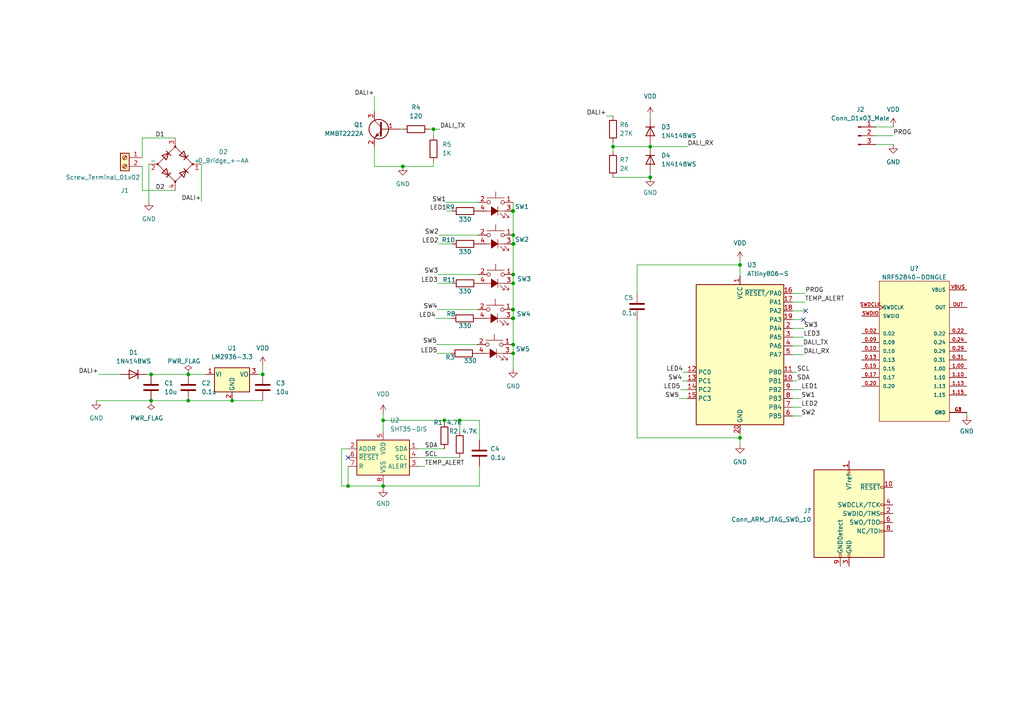
<source format=kicad_sch>
(kicad_sch (version 20211123) (generator eeschema)
  (paper "A4")
  (lib_symbols
    (symbol "Connector:Conn_01x03_Male" (pin_names (offset 1.016) hide)
      (property "Reference" "J" (at 0 5.08 0))
      (property "Value" "Conn_01x03_Male" (at 0 -5.08 0))
      (symbol "Conn_01x03_Male_1_1"
        (polyline (pts (xy 1.27 -2.54) (xy 0.8636 -2.54)) (stroke (width 0.1524)))
        (polyline (pts (xy 1.27 0) (xy 0.8636 0)) (stroke (width 0.1524)))
        (polyline (pts (xy 1.27 2.54) (xy 0.8636 2.54)) (stroke (width 0.1524)))
        (rectangle (start 0.8636 -2.413) (end 0 -2.667) (stroke (width 0.1524)) (fill (type outline)))
        (rectangle (start 0.8636 0.127) (end 0 -0.127) (stroke (width 0.1524)) (fill (type outline)))
        (rectangle (start 0.8636 2.667) (end 0 2.413) (stroke (width 0.1524)) (fill (type outline)))
        (pin passive line (at 5.08 2.54 180) (length 3.81) (name "Pin_1") (number "1"))
        (pin passive line (at 5.08 0 180) (length 3.81) (name "Pin_2") (number "2"))
        (pin passive line (at 5.08 -2.54 180) (length 3.81) (name "Pin_3") (number "3"))
      )
    )
    (symbol "Connector:Conn_ARM_JTAG_SWD_10" (pin_names (offset 1.016))
      (property "Reference" "J" (at -2.54 16.51 0))
      (property "Value" "Conn_ARM_JTAG_SWD_10" (at -2.54 13.97 0))
      (symbol "Conn_ARM_JTAG_SWD_10_0_1"
        (rectangle (start -10.16 12.7) (end 10.16 -12.7) (stroke (width 0.254)) (fill (type background)))
        (rectangle (start -2.794 -12.7) (end -2.286 -11.684))
        (rectangle (start -0.254 -12.7) (end 0.254 -11.684))
        (rectangle (start -0.254 12.7) (end 0.254 11.684))
        (rectangle (start 9.144 2.286) (end 10.16 2.794))
        (rectangle (start 10.16 -2.794) (end 9.144 -2.286))
        (rectangle (start 10.16 -0.254) (end 9.144 0.254))
        (rectangle (start 10.16 7.874) (end 9.144 7.366))
      )
      (symbol "Conn_ARM_JTAG_SWD_10_1_1"
        (rectangle (start 9.144 -5.334) (end 10.16 -4.826))
        (pin power_in line (at 0 15.24 270) (length 2.54) (name "VTref") (number "1"))
        (pin open_collector line (at 12.7 7.62 180) (length 2.54) (name "~{RESET}") (number "10"))
        (pin bidirectional line (at 12.7 0 180) (length 2.54) (name "SWDIO/TMS") (number "2"))
        (pin power_in line (at 0 -15.24 90) (length 2.54) (name "GND") (number "3"))
        (pin output line (at 12.7 2.54 180) (length 2.54) (name "SWDCLK/TCK") (number "4"))
        (pin passive line (at 0 -15.24 90) (length 2.54) hide (name "GND") (number "5"))
        (pin input line (at 12.7 -2.54 180) (length 2.54) (name "SWO/TDO") (number "6"))
        (pin no_connect line (at -10.16 0 0) (length 2.54) hide (name "KEY") (number "7"))
        (pin output line (at 12.7 -5.08 180) (length 2.54) (name "NC/TDI") (number "8"))
        (pin passive line (at -2.54 -15.24 90) (length 2.54) (name "GNDDetect") (number "9"))
      )
    )
    (symbol "Connector:Screw_Terminal_01x02" (pin_names (offset 1.016) hide)
      (property "Reference" "J" (at 0 2.54 0))
      (property "Value" "Screw_Terminal_01x02" (at 0 -5.08 0))
      (symbol "Screw_Terminal_01x02_1_1"
        (rectangle (start -1.27 1.27) (end 1.27 -3.81) (stroke (width 0.254)) (fill (type background)))
        (circle (center 0 -2.54) (radius 0.635) (stroke (width 0.1524)))
        (polyline (pts (xy -0.5334 -2.2098) (xy 0.3302 -3.048)) (stroke (width 0.1524)))
        (polyline (pts (xy -0.5334 0.3302) (xy 0.3302 -0.508)) (stroke (width 0.1524)))
        (polyline (pts (xy -0.3556 -2.032) (xy 0.508 -2.8702)) (stroke (width 0.1524)))
        (polyline (pts (xy -0.3556 0.508) (xy 0.508 -0.3302)) (stroke (width 0.1524)))
        (circle (center 0 0) (radius 0.635) (stroke (width 0.1524)))
        (pin passive line (at -5.08 0 0) (length 3.81) (name "Pin_1") (number "1"))
        (pin passive line (at -5.08 -2.54 0) (length 3.81) (name "Pin_2") (number "2"))
      )
    )
    (symbol "Device:C" (pin_numbers hide) (pin_names (offset 0.254))
      (property "Reference" "C" (at 0.635 2.54 0))
      (property "Value" "C" (at 0.635 -2.54 0))
      (symbol "C_0_1"
        (polyline (pts (xy -2.032 -0.762) (xy 2.032 -0.762)) (stroke (width 0.508)))
        (polyline (pts (xy -2.032 0.762) (xy 2.032 0.762)) (stroke (width 0.508)))
      )
      (symbol "C_1_1"
        (pin passive line (at 0 3.81 270) (length 2.794) (name "~") (number "1"))
        (pin passive line (at 0 -3.81 90) (length 2.794) (name "~") (number "2"))
      )
    )
    (symbol "Device:D_Bridge_+-AA" (pin_names (offset 0))
      (property "Reference" "D" (at 2.54 6.985 0))
      (property "Value" "D_Bridge_+-AA" (at 2.54 5.08 0))
      (symbol "D_Bridge_+-AA_0_1"
        (circle (center -5.08 0) (radius 0.254) (fill (type outline)))
        (circle (center 0 -5.08) (radius 0.254) (fill (type outline)))
        (polyline (pts (xy -2.54 3.81) (xy -1.27 2.54)) (stroke (width 0.254)))
        (polyline (pts (xy -1.27 -2.54) (xy -2.54 -3.81)) (stroke (width 0.254)))
        (polyline (pts (xy 2.54 -1.27) (xy 3.81 -2.54)) (stroke (width 0.254)))
        (polyline (pts (xy 2.54 1.27) (xy 3.81 2.54)) (stroke (width 0.254)))
        (polyline (pts (xy -3.81 2.54) (xy -2.54 1.27) (xy -1.905 3.175) (xy -3.81 2.54)) (stroke (width 0.254)))
        (polyline (pts (xy -2.54 -1.27) (xy -3.81 -2.54) (xy -1.905 -3.175) (xy -2.54 -1.27)) (stroke (width 0.254)))
        (polyline (pts (xy 1.27 2.54) (xy 2.54 3.81) (xy 3.175 1.905) (xy 1.27 2.54)) (stroke (width 0.254)))
        (polyline (pts (xy 3.175 -1.905) (xy 1.27 -2.54) (xy 2.54 -3.81) (xy 3.175 -1.905)) (stroke (width 0.254)))
        (polyline (pts (xy -5.08 0) (xy 0 -5.08) (xy 5.08 0) (xy 0 5.08) (xy -5.08 0)))
        (circle (center 0 5.08) (radius 0.254) (fill (type outline)))
        (circle (center 5.08 0) (radius 0.254) (fill (type outline)))
      )
      (symbol "D_Bridge_+-AA_1_1"
        (pin passive line (at 7.62 0 180) (length 2.54) (name "+") (number "1"))
        (pin passive line (at -7.62 0 0) (length 2.54) (name "-") (number "2"))
        (pin passive line (at 0 7.62 270) (length 2.54) (name "~") (number "3"))
        (pin passive line (at 0 -7.62 90) (length 2.54) (name "~") (number "4"))
      )
    )
    (symbol "Device:Q_NPN_BEC" (pin_names (offset 0) hide)
      (property "Reference" "Q" (at 5.08 1.27 0))
      (property "Value" "Q_NPN_BEC" (at 5.08 -1.27 0))
      (symbol "Q_NPN_BEC_0_1"
        (polyline (pts (xy 0.635 0.635) (xy 2.54 2.54)))
        (polyline (pts (xy 0.635 -0.635) (xy 2.54 -2.54) (xy 2.54 -2.54)))
        (polyline (pts (xy 0.635 1.905) (xy 0.635 -1.905) (xy 0.635 -1.905)) (stroke (width 0.508)))
        (polyline (pts (xy 1.27 -1.778) (xy 1.778 -1.27) (xy 2.286 -2.286) (xy 1.27 -1.778) (xy 1.27 -1.778)) (fill (type outline)))
        (circle (center 1.27 0) (radius 2.8194) (stroke (width 0.254)))
      )
      (symbol "Q_NPN_BEC_1_1"
        (pin input line (at -5.08 0 0) (length 5.715) (name "B") (number "1"))
        (pin passive line (at 2.54 -5.08 90) (length 2.54) (name "E") (number "2"))
        (pin passive line (at 2.54 5.08 270) (length 2.54) (name "C") (number "3"))
      )
    )
    (symbol "Device:R" (pin_numbers hide) (pin_names (offset 0))
      (property "Reference" "R" (at 2.032 0 90))
      (property "Value" "R" (at 0 0 90))
      (symbol "R_0_1"
        (rectangle (start -1.016 -2.54) (end 1.016 2.54) (stroke (width 0.254)))
      )
      (symbol "R_1_1"
        (pin passive line (at 0 3.81 270) (length 1.27) (name "~") (number "1"))
        (pin passive line (at 0 -3.81 90) (length 1.27) (name "~") (number "2"))
      )
    )
    (symbol "Diode:1N4148WS" (pin_numbers hide) (pin_names (offset 1.016) hide)
      (property "Reference" "D" (at 0 2.54 0))
      (property "Value" "1N4148WS" (at 0 -2.54 0))
      (symbol "1N4148WS_0_1"
        (polyline (pts (xy -1.27 1.27) (xy -1.27 -1.27)) (stroke (width 0.254)))
        (polyline (pts (xy 1.27 0) (xy -1.27 0)))
        (polyline (pts (xy 1.27 1.27) (xy 1.27 -1.27) (xy -1.27 0) (xy 1.27 1.27)) (stroke (width 0.254)))
      )
      (symbol "1N4148WS_1_1"
        (pin passive line (at -3.81 0 0) (length 2.54) (name "K") (number "1"))
        (pin passive line (at 3.81 0 180) (length 2.54) (name "A") (number "2"))
      )
    )
    (symbol "MCU_Microchip_ATtiny:ATtiny806-S"
      (property "Reference" "U" (at -12.7 21.59 0))
      (property "Value" "ATtiny806-S" (at 2.54 -21.59 0))
      (symbol "ATtiny806-S_0_1"
        (rectangle (start -12.7 -20.32) (end 12.7 20.32) (stroke (width 0.254)) (fill (type background)))
      )
      (symbol "ATtiny806-S_1_1"
        (pin power_in line (at 0 22.86 270) (length 2.54) (name "VCC") (number "1"))
        (pin bidirectional line (at 15.24 -7.62 180) (length 2.54) (name "PB1") (number "10"))
        (pin bidirectional line (at 15.24 -5.08 180) (length 2.54) (name "PB0") (number "11"))
        (pin bidirectional line (at -15.24 -5.08 0) (length 2.54) (name "PC0") (number "12"))
        (pin bidirectional line (at -15.24 -7.62 0) (length 2.54) (name "PC1") (number "13"))
        (pin bidirectional line (at -15.24 -10.16 0) (length 2.54) (name "PC2") (number "14"))
        (pin bidirectional line (at -15.24 -12.7 0) (length 2.54) (name "PC3") (number "15"))
        (pin bidirectional line (at 15.24 17.78 180) (length 2.54) (name "~{RESET}/PA0") (number "16"))
        (pin bidirectional line (at 15.24 15.24 180) (length 2.54) (name "PA1") (number "17"))
        (pin bidirectional line (at 15.24 12.7 180) (length 2.54) (name "PA2") (number "18"))
        (pin bidirectional line (at 15.24 10.16 180) (length 2.54) (name "PA3") (number "19"))
        (pin bidirectional line (at 15.24 7.62 180) (length 2.54) (name "PA4") (number "2"))
        (pin power_in line (at 0 -22.86 90) (length 2.54) (name "GND") (number "20"))
        (pin bidirectional line (at 15.24 5.08 180) (length 2.54) (name "PA5") (number "3"))
        (pin bidirectional line (at 15.24 2.54 180) (length 2.54) (name "PA6") (number "4"))
        (pin bidirectional line (at 15.24 0 180) (length 2.54) (name "PA7") (number "5"))
        (pin bidirectional line (at 15.24 -17.78 180) (length 2.54) (name "PB5") (number "6"))
        (pin bidirectional line (at 15.24 -15.24 180) (length 2.54) (name "PB4") (number "7"))
        (pin bidirectional line (at 15.24 -12.7 180) (length 2.54) (name "PB3") (number "8"))
        (pin bidirectional line (at 15.24 -10.16 180) (length 2.54) (name "PB2") (number "9"))
      )
    )
    (symbol "NRF52840-DONGLE:NRF52840-DONGLE" (pin_names (offset 1.016))
      (property "Reference" "U" (at -10.16 21.082 0))
      (property "Value" "NRF52840-DONGLE" (at -10.16 -22.86 0))
      (symbol "NRF52840-DONGLE_0_0"
        (rectangle (start -10.16 -20.32) (end 10.16 20.32) (stroke (width 0.1524)) (fill (type background)))
        (pin bidirectional line (at -15.24 5.08 0) (length 5.08) (name "0.02") (number "0.02"))
        (pin bidirectional line (at -15.24 2.54 0) (length 5.08) (name "0.09") (number "0.09"))
        (pin bidirectional line (at -15.24 0 0) (length 5.08) (name "0.10") (number "0.10"))
        (pin bidirectional line (at -15.24 -2.54 0) (length 5.08) (name "0.13") (number "0.13"))
        (pin bidirectional line (at -15.24 -5.08 0) (length 5.08) (name "0.15") (number "0.15"))
        (pin bidirectional line (at -15.24 -7.62 0) (length 5.08) (name "0.17") (number "0.17"))
        (pin bidirectional line (at -15.24 -10.16 0) (length 5.08) (name "0.20") (number "0.20"))
        (pin bidirectional line (at 15.24 5.08 180) (length 5.08) (name "0.22") (number "0.22"))
        (pin bidirectional line (at 15.24 2.54 180) (length 5.08) (name "0.24") (number "0.24"))
        (pin bidirectional line (at 15.24 0 180) (length 5.08) (name "0.29") (number "0.29"))
        (pin bidirectional line (at 15.24 -2.54 180) (length 5.08) (name "0.31") (number "0.31"))
        (pin bidirectional line (at 15.24 -5.08 180) (length 5.08) (name "1.00") (number "1.00"))
        (pin bidirectional line (at 15.24 -7.62 180) (length 5.08) (name "1.10") (number "1.10"))
        (pin bidirectional line (at 15.24 -10.16 180) (length 5.08) (name "1.13") (number "1.13"))
        (pin bidirectional line (at 15.24 -12.7 180) (length 5.08) (name "1.15") (number "1.15"))
        (pin power_in line (at 15.24 -17.78 180) (length 5.08) (name "GND") (number "G1"))
        (pin power_in line (at 15.24 -17.78 180) (length 5.08) (name "GND") (number "G2"))
        (pin power_in line (at 15.24 -17.78 180) (length 5.08) (name "GND") (number "G3"))
        (pin output line (at 15.24 12.7 180) (length 5.08) (name "OUT") (number "OUT"))
        (pin input clock (at -15.24 12.7 0) (length 5.08) (name "SWDCLK") (number "SWDCLK"))
        (pin bidirectional line (at -15.24 10.16 0) (length 5.08) (name "SWDIO") (number "SWDIO"))
        (pin power_in line (at 15.24 17.78 180) (length 5.08) (name "VBUS") (number "VBUS"))
      )
    )
    (symbol "Regulator_Linear:LM2936-3.3" (pin_names (offset 0.254))
      (property "Reference" "U" (at -3.81 3.175 0))
      (property "Value" "LM2936-3.3" (at 0 3.175 0))
      (symbol "LM2936-3.3_0_1"
        (rectangle (start -5.08 1.905) (end 5.08 -5.08) (stroke (width 0.254)) (fill (type background)))
      )
      (symbol "LM2936-3.3_1_1"
        (pin power_in line (at -7.62 0 0) (length 2.54) (name "VI") (number "1"))
        (pin power_in line (at 0 -7.62 90) (length 2.54) (name "GND") (number "2"))
        (pin power_out line (at 7.62 0 180) (length 2.54) (name "VO") (number "3"))
      )
    )
    (symbol "Sensor_Humidity:SHT35-DIS"
      (property "Reference" "U" (at -6.35 6.35 0))
      (property "Value" "SHT35-DIS" (at 6.35 6.35 0))
      (symbol "SHT35-DIS_0_1"
        (rectangle (start -7.62 5.08) (end 7.62 -5.08) (stroke (width 0.254)) (fill (type background)))
      )
      (symbol "SHT35-DIS_1_1"
        (pin bidirectional line (at 10.16 2.54 180) (length 2.54) (name "SDA") (number "1"))
        (pin input line (at -10.16 2.54 0) (length 2.54) (name "ADDR") (number "2"))
        (pin output line (at 10.16 -2.54 180) (length 2.54) (name "ALERT") (number "3"))
        (pin input line (at 10.16 0 180) (length 2.54) (name "SCL") (number "4"))
        (pin power_in line (at 0 7.62 270) (length 2.54) (name "VDD") (number "5"))
        (pin input line (at -10.16 0 0) (length 2.54) (name "~{RESET}") (number "6"))
        (pin passive line (at -10.16 -2.54 0) (length 2.54) (name "R") (number "7"))
        (pin power_in line (at 0 -7.62 90) (length 2.54) (name "VSS") (number "8"))
        (pin passive line (at 0 -7.62 90) (length 2.54) hide (name "VSS") (number "9"))
      )
    )
    (symbol "Switch:SW_Push_LED" (pin_names (offset 1.016) hide)
      (property "Reference" "SW" (at 0.635 5.715 0))
      (property "Value" "SW_Push_LED" (at 0 -3.175 0))
      (symbol "SW_Push_LED_0_0"
        (polyline (pts (xy -3.81 -1.905) (xy -2.54 -0.635)))
        (polyline (pts (xy -2.54 -1.905) (xy -1.27 -0.635)))
        (polyline (pts (xy -2.54 0) (xy 2.54 0)))
        (polyline (pts (xy -0.635 1.27) (xy -0.635 -1.27)))
        (polyline (pts (xy -3.81 -1.27) (xy -3.81 -1.905) (xy -3.175 -1.905)))
        (polyline (pts (xy -2.54 -1.27) (xy -2.54 -1.905) (xy -1.905 -1.905)))
        (polyline (pts (xy -0.635 0) (xy 1.27 1.27) (xy 1.27 -1.27) (xy -0.635 0)) (fill (type outline)))
      )
      (symbol "SW_Push_LED_0_1"
        (circle (center -2.032 2.54) (radius 0.508))
        (polyline (pts (xy 0 3.81) (xy 0 5.588)))
        (polyline (pts (xy 2.54 3.81) (xy -2.54 3.81)))
        (circle (center 2.032 2.54) (radius 0.508))
        (pin passive line (at -5.08 2.54 0) (length 2.54) (name "1") (number "1"))
        (pin passive line (at 5.08 2.54 180) (length 2.54) (name "2") (number "2"))
        (pin passive line (at -5.08 0 0) (length 2.54) (name "K") (number "3"))
        (pin passive line (at 5.08 0 180) (length 2.54) (name "A") (number "4"))
      )
    )
    (symbol "power:GND" (power) (pin_names (offset 0))
      (property "Value" "GND" (at 0 -3.81 0))
      (symbol "GND_0_1"
        (polyline (pts (xy 0 0) (xy 0 -1.27) (xy 1.27 -1.27) (xy 0 -2.54) (xy -1.27 -1.27) (xy 0 -1.27)))
      )
      (symbol "GND_1_1"
        (pin power_in line (at 0 0 270) (length 0) hide (name "GND") (number "1"))
      )
    )
    (symbol "power:PWR_FLAG" (power) (pin_numbers hide) (pin_names (offset 0) hide)
      (property "Value" "PWR_FLAG" (at 0 3.81 0))
      (symbol "PWR_FLAG_0_0"
        (pin power_out line (at 0 0 90) (length 0) (name "pwr") (number "1"))
      )
      (symbol "PWR_FLAG_0_1"
        (polyline (pts (xy 0 0) (xy 0 1.27) (xy -1.016 1.905) (xy 0 2.54) (xy 1.016 1.905) (xy 0 1.27)))
      )
    )
    (symbol "power:VDD" (power) (pin_names (offset 0))
      (property "Value" "VDD" (at 0 3.81 0))
      (symbol "VDD_0_1"
        (polyline (pts (xy -0.762 1.27) (xy 0 2.54)))
        (polyline (pts (xy 0 0) (xy 0 2.54)))
        (polyline (pts (xy 0 2.54) (xy 0.762 1.27)))
      )
      (symbol "VDD_1_1"
        (pin power_in line (at 0 0 90) (length 0) hide (name "VDD") (number "1"))
      )
    )
  )
  (junction (at 111.125 121.92))
  (junction (at 125.73 37.465))
  (junction (at 188.595 42.545))
  (junction (at 128.905 121.92))
  (junction (at 148.844 61.214))
  (junction (at 54.61 108.585))
  (junction (at 177.8 42.545))
  (junction (at 148.844 102.489))
  (junction (at 133.35 121.92))
  (junction (at 148.971 70.739))
  (junction (at 148.844 99.949))
  (junction (at 148.844 79.629))
  (junction (at 100.965 140.97))
  (junction (at 148.844 89.789))
  (junction (at 148.844 70.739))
  (junction (at 188.595 51.435))
  (junction (at 116.84 48.26))
  (junction (at 148.844 68.199))
  (junction (at 214.63 127))
  (junction (at 67.31 116.205))
  (junction (at 148.844 92.329))
  (junction (at 148.717 89.789))
  (junction (at 54.61 116.205))
  (junction (at 43.815 108.585))
  (junction (at 148.717 92.329))
  (junction (at 148.717 61.214))
  (junction (at 214.63 76.835))
  (junction (at 148.844 82.169))
  (junction (at 43.815 116.205))
  (junction (at 76.2 108.585))
  (junction (at 111.125 140.97))
  (no_connect (at 233.045 92.71))
  (no_connect (at 233.68 90.17))
  (no_connect (at 100.965 132.715))
  (wire (pts (xy 188.595 42.545) (xy 199.39 42.545)))
  (wire (pts (xy 280.416 119.634) (xy 280.416 120.65)))
  (wire (pts (xy 254 41.91) (xy 259.08 41.91)))
  (wire (pts (xy 126.873 89.789) (xy 138.557 89.789)))
  (wire (pts (xy 254 39.37) (xy 259.08 39.37)))
  (wire (pts (xy 121.285 132.715) (xy 133.35 132.715)))
  (wire (pts (xy 229.87 118.11) (xy 232.41 118.11)))
  (wire (pts (xy 108.585 42.545) (xy 108.585 48.26)))
  (wire (pts (xy 148.844 70.739) (xy 148.971 70.739)))
  (wire (pts (xy 127.127 79.502) (xy 127.127 79.629)))
  (wire (pts (xy 148.844 68.199) (xy 148.844 70.739)))
  (wire (pts (xy 54.61 108.585) (xy 59.69 108.585)))
  (wire (pts (xy 196.977 115.57) (xy 199.39 115.57)))
  (wire (pts (xy 111.125 121.92) (xy 128.905 121.92)))
  (wire (pts (xy 214.63 76.835) (xy 214.63 80.01)))
  (wire (pts (xy 139.065 135.255) (xy 139.065 140.97)))
  (wire (pts (xy 229.87 90.17) (xy 233.68 90.17)))
  (wire (pts (xy 177.8 42.545) (xy 188.595 42.545)))
  (wire (pts (xy 125.73 37.465) (xy 125.73 39.37)))
  (wire (pts (xy 133.35 121.92) (xy 139.065 121.92)))
  (wire (pts (xy 214.63 127) (xy 214.63 128.905)))
  (wire (pts (xy 41.275 55.245) (xy 50.8 55.245)))
  (wire (pts (xy 43.815 108.585) (xy 54.61 108.585)))
  (wire (pts (xy 148.844 82.169) (xy 148.844 89.789)))
  (wire (pts (xy 177.8 41.275) (xy 177.8 42.545)))
  (wire (pts (xy 126.873 102.489) (xy 130.683 102.489)))
  (wire (pts (xy 232.41 115.57) (xy 229.87 115.57)))
  (wire (pts (xy 100.965 135.255) (xy 100.965 140.97)))
  (wire (pts (xy 116.84 48.26) (xy 125.73 48.26)))
  (wire (pts (xy 43.815 116.205) (xy 54.61 116.205)))
  (wire (pts (xy 148.717 89.789) (xy 148.844 89.789)))
  (wire (pts (xy 148.844 79.629) (xy 148.844 82.169)))
  (wire (pts (xy 198.12 107.95) (xy 199.39 107.95)))
  (wire (pts (xy 148.717 92.329) (xy 148.844 92.329)))
  (wire (pts (xy 197.358 113.03) (xy 199.39 113.03)))
  (wire (pts (xy 229.87 100.33) (xy 232.918 100.33)))
  (wire (pts (xy 111.125 140.97) (xy 139.065 140.97)))
  (wire (pts (xy 133.35 121.92) (xy 133.35 125.095)))
  (wire (pts (xy 125.73 37.465) (xy 127.635 37.465)))
  (wire (pts (xy 111.125 140.335) (xy 111.125 140.97)))
  (wire (pts (xy 177.8 51.435) (xy 188.595 51.435)))
  (wire (pts (xy 127 82.169) (xy 131.064 82.169)))
  (wire (pts (xy 108.585 48.26) (xy 116.84 48.26)))
  (wire (pts (xy 214.63 75.565) (xy 214.63 76.835)))
  (wire (pts (xy 67.31 116.205) (xy 76.2 116.205)))
  (wire (pts (xy 188.595 50.165) (xy 188.595 51.435)))
  (wire (pts (xy 28.575 108.585) (xy 34.925 108.585)))
  (wire (pts (xy 148.844 89.789) (xy 148.844 92.329)))
  (wire (pts (xy 148.463 102.489) (xy 148.844 102.489)))
  (wire (pts (xy 100.965 140.97) (xy 111.125 140.97)))
  (wire (pts (xy 148.844 61.214) (xy 148.844 68.199)))
  (wire (pts (xy 214.63 125.73) (xy 214.63 127)))
  (wire (pts (xy 233.045 97.79) (xy 229.87 97.79)))
  (wire (pts (xy 184.785 76.835) (xy 214.63 76.835)))
  (wire (pts (xy 54.61 116.205) (xy 67.31 116.205)))
  (wire (pts (xy 27.94 116.205) (xy 43.815 116.205)))
  (wire (pts (xy 111.125 121.92) (xy 111.125 125.095)))
  (wire (pts (xy 229.87 92.71) (xy 233.045 92.71)))
  (wire (pts (xy 148.844 61.214) (xy 148.717 61.214)))
  (wire (pts (xy 232.41 113.03) (xy 229.87 113.03)))
  (wire (pts (xy 197.866 110.49) (xy 199.39 110.49)))
  (wire (pts (xy 41.275 40.005) (xy 50.8 40.005)))
  (wire (pts (xy 188.595 41.91) (xy 188.595 42.545)))
  (wire (pts (xy 148.844 70.739) (xy 148.844 79.629)))
  (wire (pts (xy 108.585 27.94) (xy 108.585 32.385)))
  (wire (pts (xy 126.746 99.822) (xy 126.746 99.949)))
  (wire (pts (xy 43.18 47.625) (xy 43.18 58.42)))
  (wire (pts (xy 128.905 121.92) (xy 133.35 121.92)))
  (wire (pts (xy 121.285 135.255) (xy 123.19 135.255)))
  (wire (pts (xy 184.785 92.71) (xy 184.785 127)))
  (wire (pts (xy 184.785 127) (xy 214.63 127)))
  (wire (pts (xy 127.254 68.199) (xy 138.684 68.199)))
  (wire (pts (xy 125.73 46.99) (xy 125.73 48.26)))
  (wire (pts (xy 148.844 58.674) (xy 148.844 61.214)))
  (wire (pts (xy 138.684 79.629) (xy 127.127 79.629)))
  (wire (pts (xy 76.2 108.585) (xy 76.2 106.045)))
  (wire (pts (xy 74.93 108.585) (xy 76.2 108.585)))
  (wire (pts (xy 148.844 102.489) (xy 148.844 106.934)))
  (wire (pts (xy 139.065 121.92) (xy 139.065 127.635)))
  (wire (pts (xy 229.87 87.63) (xy 233.426 87.63)))
  (wire (pts (xy 138.303 99.949) (xy 126.746 99.949)))
  (wire (pts (xy 130.937 92.329) (xy 126.365 92.329)))
  (wire (pts (xy 121.285 130.175) (xy 128.905 130.175)))
  (wire (pts (xy 138.684 58.674) (xy 129.413 58.674)))
  (wire (pts (xy 129.54 61.214) (xy 131.064 61.214)))
  (wire (pts (xy 229.87 110.49) (xy 231.14 110.49)))
  (wire (pts (xy 58.42 47.625) (xy 58.42 58.42)))
  (wire (pts (xy 148.844 99.949) (xy 148.844 102.489)))
  (wire (pts (xy 100.965 130.175) (xy 99.06 130.175)))
  (wire (pts (xy 175.895 33.655) (xy 177.8 33.655)))
  (wire (pts (xy 131.064 70.739) (xy 127.254 70.739)))
  (wire (pts (xy 99.06 140.97) (xy 100.965 140.97)))
  (wire (pts (xy 111.125 140.97) (xy 111.125 141.605)))
  (wire (pts (xy 229.87 85.09) (xy 233.553 85.09)))
  (wire (pts (xy 184.785 76.835) (xy 184.785 85.09)))
  (wire (pts (xy 111.125 120.015) (xy 111.125 121.92)))
  (wire (pts (xy 188.595 33.655) (xy 188.595 34.29)))
  (wire (pts (xy 229.87 102.87) (xy 233.045 102.87)))
  (wire (pts (xy 116.205 37.465) (xy 116.84 37.465)))
  (wire (pts (xy 41.275 48.26) (xy 41.275 55.245)))
  (wire (pts (xy 231.14 107.95) (xy 229.87 107.95)))
  (wire (pts (xy 254 36.83) (xy 259.08 36.83)))
  (wire (pts (xy 229.87 120.65) (xy 232.41 120.65)))
  (wire (pts (xy 229.87 95.25) (xy 233.172 95.25)))
  (wire (pts (xy 148.463 99.949) (xy 148.844 99.949)))
  (wire (pts (xy 125.73 37.465) (xy 124.46 37.465)))
  (wire (pts (xy 99.06 130.175) (xy 99.06 140.97)))
  (wire (pts (xy 42.545 108.585) (xy 43.815 108.585)))
  (wire (pts (xy 129.413 58.674) (xy 129.413 58.801)))
  (wire (pts (xy 41.275 45.72) (xy 41.275 40.005)))
  (wire (pts (xy 128.905 122.555) (xy 128.905 121.92)))
  (wire (pts (xy 177.8 42.545) (xy 177.8 43.815)))
  (wire (pts (xy 126.873 102.616) (xy 126.873 102.489)))
  (wire (pts (xy 148.844 92.329) (xy 148.844 99.949)))
  (label "DALI+" (at 175.895 33.655 180))
  (label "LED2" (at 232.41 118.11 0))
  (label "SW4" (at 197.866 110.49 180))
  (label "SW3" (at 127.127 79.502 180))
  (label "SCL" (at 231.14 107.95 0))
  (label "DALI+" (at 108.585 27.94 180))
  (label "SW4" (at 126.873 89.789 180))
  (label "LED5" (at 197.358 113.03 180))
  (label "PROG" (at 259.08 39.37 0))
  (label "SDA" (at 231.14 110.49 0))
  (label "DALI_RX" (at 233.045 102.87 0))
  (label "DALI_TX" (at 127.635 37.465 0))
  (label "TEMP_ALERT" (at 123.19 135.255 0))
  (label "SW5" (at 126.746 99.822 180))
  (label "LED4" (at 126.365 92.329 180))
  (label "SDA" (at 123.19 130.175 0))
  (label "SW2" (at 232.41 120.65 0))
  (label "SW5" (at 196.977 115.57 180))
  (label "SW3" (at 233.172 95.25 0))
  (label "LED1" (at 232.41 113.03 0))
  (label "DALI_TX" (at 232.918 100.33 0))
  (label "DALI_RX" (at 199.39 42.545 0))
  (label "SW1" (at 129.413 58.801 180))
  (label "SW1" (at 232.41 115.57 0))
  (label "LED1" (at 129.54 61.214 180))
  (label "D2" (at 45.1103 55.245 0))
  (label "LED3" (at 233.045 97.79 0))
  (label "PROG" (at 233.553 85.09 0))
  (label "DALI+" (at 58.42 58.42 180))
  (label "SW2" (at 127.254 68.199 180))
  (label "TEMP_ALERT" (at 233.426 87.63 0))
  (label "LED3" (at 127 82.169 180))
  (label "DALI+" (at 28.575 108.585 180))
  (label "D1" (at 45.085 40.005 0))
  (label "LED2" (at 127.254 70.739 180))
  (label "SCL" (at 123.19 132.715 0))
  (label "LED5" (at 126.873 102.616 180))
  (label "LED4" (at 198.12 107.95 180))
  (symbol (lib_id "power:GND") (at 116.84 48.26 0) (unit 1)
    (property "Reference" "#PWR0102" (effects hide))
    (property "Value" "GND" (at 116.84 53.34 0))
  )
  (symbol (lib_id "power:VDD") (at 111.125 120.015 0) (unit 1)
    (property "Reference" "#PWR03" (effects hide))
    (property "Value" "VDD" (at 111.125 114.3 0))
  )
  (symbol (lib_id "Connector:Screw_Terminal_01x02") (at 36.195 45.72 0) (mirror y) (unit 1)
    (property "Reference" "J1" (at 36.195 55.245 0))
    (property "Value" "Screw_Terminal_01x02" (at 29.845 51.435 0))
    (property "Footprint" "TerminalBlock_Phoenix:TerminalBlock_Phoenix_MKDS-1,5-2-5.08_1x02_P5.08mm_Horizontal" (effects hide))
  )
  (symbol (lib_id "Switch:SW_Push_LED") (at 143.764 82.169 0) (mirror y) (unit 1)
    (property "Reference" "SW3" (at 152.019 80.899 0))
    (property "Value" "SW_Push_LED" (effects hide))
    (property "Footprint" "LocalProject:LED Pushbutton" (effects hide))
  )
  (symbol (lib_id "Switch:SW_Push_LED") (at 143.764 61.214 0) (mirror y) (unit 1)
    (property "Reference" "SW1" (at 151.384 59.944 0))
    (property "Value" "SW_Push_LED" (effects hide))
    (property "Footprint" "LocalProject:LED Pushbutton" (effects hide))
  )
  (symbol (lib_id "Switch:SW_Push_LED") (at 143.764 70.739 0) (mirror y) (unit 1)
    (property "Reference" "SW2" (at 151.384 69.469 0))
    (property "Value" "SW_Push_LED" (effects hide))
    (property "Footprint" "LocalProject:LED Pushbutton" (effects hide))
  )
  (symbol (lib_id "Diode:1N4148WS") (at 188.595 38.1 270) (unit 1)
    (property "Reference" "D3" (at 191.77 36.8299 90) (effects (justify left)))
    (property "Value" "1N4148WS" (at 191.77 39.3699 90) (effects (justify left)))
    (property "Footprint" "Diode_SMD:D_SOD-323" (effects hide))
    (property "Datasheet" "https://www.vishay.com/docs/85751/1n4148ws.pdf" (effects hide))
  )
  (symbol (lib_id "power:VDD") (at 259.08 36.83 0) (unit 1)
    (property "Reference" "#PWR011" (effects hide))
    (property "Value" "VDD" (at 259.08 31.75 0))
  )
  (symbol (lib_id "Diode:1N4148WS") (at 38.735 108.585 180) (unit 1)
    (property "Reference" "D1" (at 38.735 102.235 0))
    (property "Value" "1N4148WS" (at 38.735 104.775 0))
    (property "Footprint" "Diode_SMD:D_SOD-323" (effects hide))
    (property "Datasheet" "https://www.vishay.com/docs/85751/1n4148ws.pdf" (effects hide))
  )
  (symbol (lib_id "Device:R") (at 128.905 126.365 0) (unit 1)
    (property "Reference" "R1" (at 125.73 122.555 0) (effects (justify left)))
    (property "Value" "4.7K" (at 129.54 122.555 0) (effects (justify left)))
    (property "Footprint" "Resistor_SMD:R_0805_2012Metric" (effects hide))
  )
  (symbol (lib_id "power:VDD") (at 214.63 75.565 0) (unit 1)
    (property "Reference" "#PWR08" (effects hide))
    (property "Value" "VDD" (at 214.63 70.485 0))
  )
  (symbol (lib_id "Device:R") (at 134.493 102.489 90) (unit 1)
    (property "Reference" "R3" (at 130.556 103.632 90))
    (property "Value" "330" (at 136.398 104.648 90))
    (property "Footprint" "Resistor_SMD:R_0805_2012Metric" (effects hide))
  )
  (symbol (lib_id "Switch:SW_Push_LED") (at 143.383 102.489 0) (mirror y) (unit 1)
    (property "Reference" "SW5" (at 151.638 101.219 0))
    (property "Value" "SW_Push_LED" (effects hide))
    (property "Footprint" "LocalProject:LED Pushbutton" (effects hide))
  )
  (symbol (lib_id "Device:Q_NPN_BEC") (at 111.125 37.465 0) (mirror y) (unit 1)
    (property "Reference" "Q1" (at 105.41 36.1949 0) (effects (justify left)))
    (property "Value" "MMBT2222A" (at 105.41 38.7349 0) (effects (justify left)))
    (property "Footprint" "Package_TO_SOT_SMD:SOT-23" (effects hide))
  )
  (symbol (lib_id "Device:C") (at 139.065 131.445 180) (unit 1)
    (property "Reference" "C4" (at 142.24 130.1749 0) (effects (justify right)))
    (property "Value" "0.1u" (at 142.24 132.7149 0) (effects (justify right)))
    (property "Footprint" "Capacitor_SMD:C_0805_2012Metric" (effects hide))
  )
  (symbol (lib_id "power:VDD") (at 76.2 106.045 0) (unit 1)
    (property "Reference" "#PWR02" (effects hide))
    (property "Value" "VDD" (at 76.2 100.965 0))
  )
  (symbol (lib_id "Device:R") (at 177.8 37.465 0) (unit 1)
    (property "Reference" "R6" (at 179.705 36.1949 0) (effects (justify left)))
    (property "Value" "27K" (at 179.705 38.7349 0) (effects (justify left)))
    (property "Footprint" "Resistor_SMD:R_0805_2012Metric" (effects hide))
  )
  (symbol (lib_id "Device:R") (at 133.35 128.905 0) (unit 1)
    (property "Reference" "R2" (at 130.175 125.095 0) (effects (justify left)))
    (property "Value" "4.7K" (at 133.985 125.095 0) (effects (justify left)))
    (property "Footprint" "Resistor_SMD:R_0805_2012Metric" (effects hide))
  )
  (symbol (lib_id "power:PWR_FLAG") (at 54.61 108.585 0) (unit 1)
    (property "Reference" "#FLG0101" (effects hide))
    (property "Value" "PWR_FLAG" (at 53.34 104.775 0))
  )
  (symbol (lib_id "power:GND") (at 111.125 141.605 0) (unit 1)
    (property "Reference" "#PWR04" (effects hide))
    (property "Value" "GND" (at 111.125 146.05 0))
  )
  (symbol (lib_id "Switch:SW_Push_LED") (at 143.637 92.329 0) (mirror y) (unit 1)
    (property "Reference" "SW4" (at 151.892 91.059 0))
    (property "Value" "SW_Push_LED" (effects hide))
    (property "Footprint" "LocalProject:LED Pushbutton" (effects hide))
  )
  (symbol (lib_id "Device:R") (at 177.8 47.625 0) (unit 1)
    (property "Reference" "R7" (at 179.705 46.3549 0) (effects (justify left)))
    (property "Value" "2K" (at 179.705 48.8949 0) (effects (justify left)))
    (property "Footprint" "Resistor_SMD:R_0805_2012Metric" (effects hide))
  )
  (symbol (lib_id "Connector:Conn_ARM_JTAG_SWD_10") (at 246.253 148.971 0) (unit 1)
    (property "Reference" "J?" (at 235.331 148.1363 0) (effects (justify right)))
    (property "Value" "Conn_ARM_JTAG_SWD_10" (at 235.331 150.6732 0) (effects (justify right)))
    (property "Datasheet" "http://infocenter.arm.com/help/topic/com.arm.doc.ddi0314h/DDI0314H_coresight_components_trm.pdf" (effects hide))
  )
  (symbol (lib_id "MCU_Microchip_ATtiny:ATtiny806-S") (at 214.63 102.87 0) (unit 1)
    (property "Reference" "U3" (at 216.6494 76.835 0) (effects (justify left)))
    (property "Value" "ATtiny806-S" (at 216.6494 79.375 0) (effects (justify left)))
    (property "Footprint" "Package_SO:SOIC-20W_7.5x12.8mm_P1.27mm" (effects hide))
    (property "Datasheet" "http://ww1.microchip.com/downloads/en/DeviceDoc/ATtiny806_1606_Data_Sheet_40002029A.pdf" (effects hide))
  )
  (symbol (lib_id "Device:R") (at 134.874 70.739 90) (unit 1)
    (property "Reference" "R10" (at 130.048 69.596 90))
    (property "Value" "330" (at 134.874 73.025 90))
    (property "Footprint" "Resistor_SMD:R_0805_2012Metric" (effects hide))
  )
  (symbol (lib_id "Device:R") (at 125.73 43.18 0) (unit 1)
    (property "Reference" "R5" (at 128.27 41.9099 0) (effects (justify left)))
    (property "Value" "1K" (at 128.27 44.4499 0) (effects (justify left)))
    (property "Footprint" "Resistor_SMD:R_0805_2012Metric" (effects hide))
  )
  (symbol (lib_id "Device:C") (at 43.815 112.395 0) (unit 1)
    (property "Reference" "C1" (at 47.625 111.1249 0) (effects (justify left)))
    (property "Value" "10u" (at 47.625 113.6649 0) (effects (justify left)))
    (property "Footprint" "Capacitor_SMD:C_0805_2012Metric" (effects hide))
  )
  (symbol (lib_id "Device:R") (at 120.65 37.465 90) (unit 1)
    (property "Reference" "R4" (at 120.65 31.115 90))
    (property "Value" "120" (at 120.65 33.655 90))
    (property "Footprint" "Resistor_SMD:R_0805_2012Metric" (effects hide))
  )
  (symbol (lib_id "Connector:Conn_01x03_Male") (at 248.92 39.37 0) (unit 1)
    (property "Reference" "J2" (at 249.555 31.75 0))
    (property "Value" "Conn_01x03_Male" (at 249.555 34.29 0))
    (property "Footprint" "Connector_PinHeader_2.54mm:PinHeader_1x03_P2.54mm_Vertical" (effects hide))
  )
  (symbol (lib_id "power:GND") (at 148.844 106.934 0) (unit 1)
    (property "Reference" "#PWR0103" (effects hide))
    (property "Value" "GND" (at 148.844 112.014 0))
  )
  (symbol (lib_id "Sensor_Humidity:SHT35-DIS") (at 111.125 132.715 0) (unit 1)
    (property "Reference" "U2" (at 113.1444 121.92 0) (effects (justify left)))
    (property "Value" "SHT35-DIS" (at 113.1444 124.46 0) (effects (justify left)))
    (property "Footprint" "Sensor_Humidity:Sensirion_DFN-8-1EP_2.5x2.5mm_P0.5mm_EP1.1x1.7mm" (effects hide))
    (property "Datasheet" "https://www.sensirion.com/fileadmin/user_upload/customers/sensirion/Dokumente/2_Humidity_Sensors/Datasheets/Sensirion_Humidity_Sensors_SHT3x_Datasheet_digital.pdf" (effects hide))
  )
  (symbol (lib_id "Device:C") (at 184.785 88.9 180) (unit 1)
    (property "Reference" "C5" (at 180.975 86.36 0) (effects (justify right)))
    (property "Value" "0.1u" (at 180.34 90.805 0) (effects (justify right)))
    (property "Footprint" "Capacitor_SMD:C_0805_2012Metric" (effects hide))
  )
  (symbol (lib_id "Device:C") (at 76.2 112.395 0) (unit 1)
    (property "Reference" "C3" (at 80.01 111.1249 0) (effects (justify left)))
    (property "Value" "10u" (at 80.01 113.6649 0) (effects (justify left)))
    (property "Footprint" "Capacitor_SMD:C_0805_2012Metric" (effects hide))
  )
  (symbol (lib_id "power:GND") (at 280.416 120.65 0) (unit 1)
    (property "Reference" "#PWR?" (effects hide))
    (property "Value" "GND" (at 280.416 125.0934 0))
  )
  (symbol (lib_id "Device:R") (at 134.874 82.169 90) (unit 1)
    (property "Reference" "R11" (at 130.302 81.153 90))
    (property "Value" "330" (at 134.874 84.455 90))
    (property "Footprint" "Resistor_SMD:R_0805_2012Metric" (effects hide))
  )
  (symbol (lib_id "Diode:1N4148WS") (at 188.595 46.355 270) (unit 1)
    (property "Reference" "D4" (at 191.77 45.0849 90) (effects (justify left)))
    (property "Value" "1N4148WS" (at 191.77 47.6249 90) (effects (justify left)))
    (property "Footprint" "Diode_SMD:D_SOD-323" (effects hide))
    (property "Datasheet" "https://www.vishay.com/docs/85751/1n4148ws.pdf" (effects hide))
  )
  (symbol (lib_id "power:PWR_FLAG") (at 43.815 116.205 180) (unit 1)
    (property "Reference" "#FLG0102" (effects hide))
    (property "Value" "PWR_FLAG" (at 42.545 121.285 0))
  )
  (symbol (lib_id "Regulator_Linear:LM2936-3.3") (at 67.31 108.585 0) (unit 1)
    (property "Reference" "U1" (at 67.31 100.965 0))
    (property "Value" "LM2936-3.3" (at 67.31 103.505 0))
    (property "Footprint" "Package_TO_SOT_SMD:SOT-223" (effects hide))
    (property "Datasheet" "http://www.ti.com/lit/ds/symlink/lm2936.pdf" (effects hide))
  )
  (symbol (lib_id "Device:R") (at 134.874 61.214 90) (unit 1)
    (property "Reference" "R9" (at 130.556 60.071 90))
    (property "Value" "330" (at 134.874 63.627 90))
    (property "Footprint" "Resistor_SMD:R_0805_2012Metric" (effects hide))
  )
  (symbol (lib_id "power:GND") (at 27.94 116.205 0) (unit 1)
    (property "Reference" "#PWR01" (effects hide))
    (property "Value" "GND" (at 27.94 121.285 0))
  )
  (symbol (lib_id "power:GND") (at 214.63 128.905 0) (unit 1)
    (property "Reference" "#PWR09" (effects hide))
    (property "Value" "GND" (at 214.63 133.985 0))
  )
  (symbol (lib_id "power:GND") (at 43.18 58.42 0) (unit 1)
    (property "Reference" "#PWR0101" (effects hide))
    (property "Value" "GND" (at 43.18 63.5 0))
  )
  (symbol (lib_id "Device:C") (at 54.61 112.395 0) (unit 1)
    (property "Reference" "C2" (at 58.42 111.1249 0) (effects (justify left)))
    (property "Value" "0.1u" (at 58.42 113.6649 0) (effects (justify left)))
    (property "Footprint" "Capacitor_SMD:C_0805_2012Metric" (effects hide))
  )
  (symbol (lib_id "power:GND") (at 259.08 41.91 0) (unit 1)
    (property "Reference" "#PWR012" (effects hide))
    (property "Value" "GND" (at 259.08 46.99 0))
  )
  (symbol (lib_id "power:GND") (at 188.595 51.435 0) (unit 1)
    (property "Reference" "#PWR07" (effects hide))
    (property "Value" "GND" (at 188.595 55.88 0))
  )
  (symbol (lib_id "Device:D_Bridge_+-AA") (at 50.8 47.625 0) (unit 1)
    (property "Reference" "D2" (at 64.77 44.0436 0))
    (property "Value" "D_Bridge_+-AA" (at 64.77 46.5836 0))
    (property "Footprint" "imported_modules:SOIC245P670X290-4N" (effects hide))
  )
  (symbol (lib_id "Device:R") (at 134.747 92.329 90) (unit 1)
    (property "Reference" "R8" (at 130.81 91.059 90))
    (property "Value" "330" (at 134.874 94.488 90))
    (property "Footprint" "Resistor_SMD:R_0805_2012Metric" (effects hide))
  )
  (symbol (lib_id "power:VDD") (at 188.595 33.655 0) (unit 1)
    (property "Reference" "#PWR06" (effects hide))
    (property "Value" "VDD" (at 188.595 27.94 0))
  )
  (symbol (lib_id "NRF52840-DONGLE:NRF52840-DONGLE") (at 265.176 101.854 0) (unit 1)
    (property "Reference" "U?" (at 265.176 77.885 0))
    (property "Value" "NRF52840-DONGLE" (at 265.176 80.4219 0))
    (property "Footprint" "MODULE_NRF52840-DONGLE" (effects hide))
    (property "MAXIMUM_PACKAGE_HEIGHT" "N/A" (effects hide))
    (property "STANDARD" "Manufacturer Recommendations" (effects hide))
    (property "PARTREV" "1.1" (effects hide))
    (property "MANUFACTURER" "Nordic semiconductor" (effects hide))
  )
)
</source>
